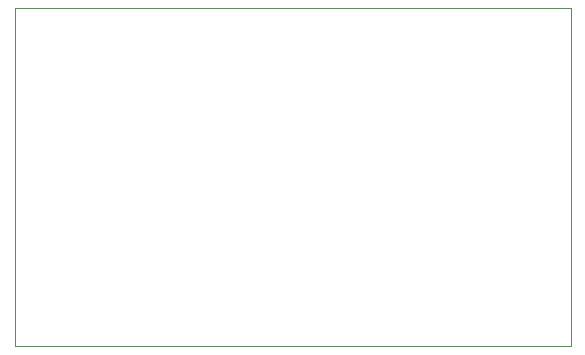
<source format=gbr>
G04 (created by PCBNEW (22-Jun-2014 BZR 4027)-stable) date Sat 20 Dec 2014 16:30:47 GMT*
%MOIN*%
G04 Gerber Fmt 3.4, Leading zero omitted, Abs format*
%FSLAX34Y34*%
G01*
G70*
G90*
G04 APERTURE LIST*
%ADD10C,0.00590551*%
%ADD11C,0.00393701*%
G04 APERTURE END LIST*
G54D10*
G54D11*
X106400Y-51250D02*
X105000Y-51250D01*
X106400Y-40000D02*
X106400Y-51250D01*
X105000Y-40000D02*
X106400Y-40000D01*
X87850Y-51250D02*
X88500Y-51250D01*
X87850Y-40000D02*
X87850Y-51250D01*
X88500Y-40000D02*
X87850Y-40000D01*
X104750Y-40000D02*
X105000Y-40000D01*
X105000Y-51250D02*
X104750Y-51250D01*
X104750Y-40000D02*
X88500Y-40000D01*
X88500Y-51250D02*
X104750Y-51250D01*
M02*

</source>
